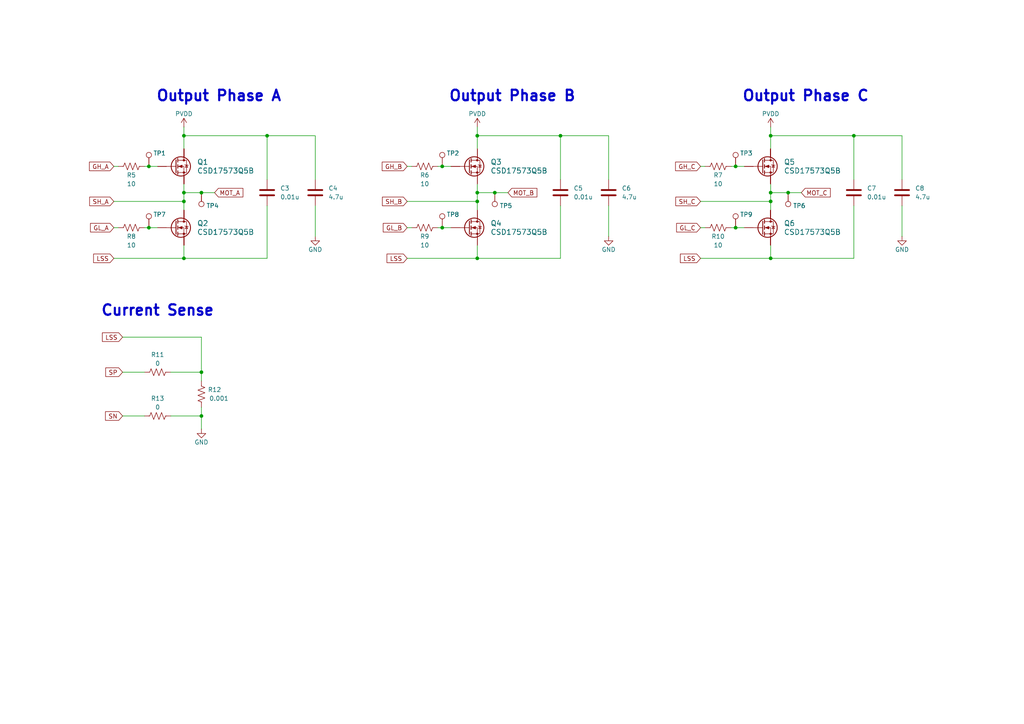
<source format=kicad_sch>
(kicad_sch (version 20231120) (generator "eeschema") (generator_version "8.0")
  (paper "A4")
  (title_block (title "Easy BLDC") (date "2024-08-06") (rev "2.0") (company "Peter Buckley Engineering"))
  (lib_symbols
    (symbol "Connector:TestPoint" (pin_numbers hide) (pin_names (offset 0.762) hide)
      (property "Reference" "TP" (at 0 6.858 0))
      (property "Value" "TestPoint" (at 0 5.08 0))
      (symbol "TestPoint_0_1"
        (circle (center 0 3.302) (radius 0.762))
      )
      (symbol "TestPoint_1_1"
        (pin passive line (at 0 0 90) (length 2.54) (name "1") (number "1"))
      )
    )
    (symbol "Device:C" (pin_numbers hide) (pin_names (offset 0.254))
      (property "Reference" "C" (at 0.635 2.54 0))
      (property "Value" "C" (at 0.635 -2.54 0))
      (symbol "C_0_1"
        (polyline (pts (xy -2.032 -0.762) (xy 2.032 -0.762)) (stroke (width 0.508)))
        (polyline (pts (xy -2.032 0.762) (xy 2.032 0.762)) (stroke (width 0.508)))
      )
      (symbol "C_1_1"
        (pin passive line (at 0 3.81 270) (length 2.794) (name "~") (number "1"))
        (pin passive line (at 0 -3.81 90) (length 2.794) (name "~") (number "2"))
      )
    )
    (symbol "Device:R_US" (pin_numbers hide) (pin_names (offset 0))
      (property "Reference" "R" (at 2.54 0 90))
      (property "Value" "R_US" (at -2.54 0 90))
      (symbol "R_US_0_1"
        (polyline (pts (xy 0 -2.286) (xy 0 -2.54)))
        (polyline (pts (xy 0 2.286) (xy 0 2.54)))
        (polyline (pts (xy 0 -0.762) (xy 1.016 -1.143) (xy 0 -1.524) (xy -1.016 -1.905) (xy 0 -2.286)))
        (polyline (pts (xy 0 0.762) (xy 1.016 0.381) (xy 0 0) (xy -1.016 -0.381) (xy 0 -0.762)))
        (polyline (pts (xy 0 2.286) (xy 1.016 1.905) (xy 0 1.524) (xy -1.016 1.143) (xy 0 0.762)))
      )
      (symbol "R_US_1_1"
        (pin passive line (at 0 3.81 270) (length 1.27) (name "~") (number "1"))
        (pin passive line (at 0 -3.81 90) (length 1.27) (name "~") (number "2"))
      )
    )
    (symbol "EasyBLDC:CSD17573Q5B" (pin_numbers hide) (pin_names (offset 0.254) hide)
      (property "Reference" "Q" (at 10.668 -6.604 0))
      (property "Value" "CSD17573Q5B" (at 18.034 -8.636 0))
      (symbol "CSD17573Q5B_0_1"
        (polyline (pts (xy 5.334 -7.62) (xy 2.54 -7.62)))
        (polyline (pts (xy 5.334 -5.715) (xy 5.334 -9.525)) (stroke (width 0.254)))
        (polyline (pts (xy 5.842 -8.89) (xy 5.842 -9.906)) (stroke (width 0.254)))
        (polyline (pts (xy 5.842 -7.112) (xy 5.842 -8.128)) (stroke (width 0.254)))
        (polyline (pts (xy 5.842 -5.334) (xy 5.842 -6.35)) (stroke (width 0.254)))
        (polyline (pts (xy 7.62 -5.08) (xy 7.62 -5.842)))
        (polyline (pts (xy 7.62 -10.16) (xy 7.62 -7.62) (xy 5.842 -7.62)))
        (polyline (pts (xy 5.842 -9.398) (xy 8.382 -9.398) (xy 8.382 -5.842) (xy 5.842 -5.842)))
        (polyline (pts (xy 6.096 -7.62) (xy 7.112 -7.239) (xy 7.112 -8.001) (xy 6.096 -7.62)) (fill (type outline)))
        (polyline (pts (xy 7.874 -7.112) (xy 8.001 -7.239) (xy 8.763 -7.239) (xy 8.89 -7.366)))
        (polyline (pts (xy 8.382 -7.239) (xy 8.001 -7.874) (xy 8.763 -7.874) (xy 8.382 -7.239)))
        (circle (center 6.731 -7.62) (radius 2.794) (stroke (width 0.254)))
        (circle (center 7.62 -9.398) (radius 0.254) (fill (type outline)))
        (circle (center 7.62 -5.842) (radius 0.254) (fill (type outline)))
      )
      (symbol "CSD17573Q5B_1_1"
        (pin passive line (at 7.62 -12.7 90) (length 2.54) (name "S") (number "1"))
        (pin passive line (at 7.62 -12.7 90) (length 2.54) (name "S") (number "2"))
        (pin passive line (at 7.62 -12.7 90) (length 2.54) (name "S") (number "3"))
        (pin input line (at 0 -7.62 0) (length 2.54) (name "G") (number "4"))
        (pin passive line (at 7.62 -2.54 270) (length 2.54) (name "D") (number "5"))
        (pin passive line (at 7.62 -2.54 270) (length 2.54) (name "D") (number "6"))
        (pin passive line (at 7.62 -2.54 270) (length 2.54) (name "D") (number "7"))
        (pin passive line (at 7.62 -2.54 270) (length 2.54) (name "D") (number "8"))
      )
    )
    (symbol "R_US_1" (pin_numbers hide) (pin_names (offset 0))
      (property "Reference" "R" (at 2.54 0 90))
      (property "Value" "R_US" (at -2.54 0 90))
      (symbol "R_US_1_0_1"
        (polyline (pts (xy 0 -2.286) (xy 0 -2.54)))
        (polyline (pts (xy 0 2.286) (xy 0 2.54)))
        (polyline (pts (xy 0 -0.762) (xy 1.016 -1.143) (xy 0 -1.524) (xy -1.016 -1.905) (xy 0 -2.286)))
        (polyline (pts (xy 0 0.762) (xy 1.016 0.381) (xy 0 0) (xy -1.016 -0.381) (xy 0 -0.762)))
        (polyline (pts (xy 0 2.286) (xy 1.016 1.905) (xy 0 1.524) (xy -1.016 1.143) (xy 0 0.762)))
      )
      (symbol "R_US_1_1_1"
        (pin passive line (at 0 3.81 270) (length 1.27) (name "~") (number "1"))
        (pin passive line (at 0 -3.81 90) (length 1.27) (name "~") (number "2"))
      )
    )
    (symbol "power:GND" (power) (pin_numbers hide) (pin_names (offset 0) hide)
      (property "Value" "GND" (at 0 -3.81 0))
      (symbol "GND_0_1"
        (polyline (pts (xy 0 0) (xy 0 -1.27) (xy 1.27 -1.27) (xy 0 -2.54) (xy -1.27 -1.27) (xy 0 -1.27)))
      )
      (symbol "GND_1_1"
        (pin power_in line (at 0 0 270) (length 0) (name "~") (number "1"))
      )
    )
    (symbol "power:VDC" (power) (pin_numbers hide) (pin_names (offset 0) hide)
      (property "Value" "VDC" (at 0 3.556 0))
      (symbol "VDC_0_1"
        (polyline (pts (xy -0.762 1.27) (xy 0 2.54)))
        (polyline (pts (xy 0 0) (xy 0 2.54)))
        (polyline (pts (xy 0 2.54) (xy 0.762 1.27)))
      )
      (symbol "VDC_1_1"
        (pin power_in line (at 0 0 90) (length 0) (name "~") (number "1"))
      )
    )
  )
  (junction (at 53.34 55.88))
  (junction (at 43.18 66.04))
  (junction (at 58.42 107.95))
  (junction (at 162.56 39.37))
  (junction (at 213.36 66.04))
  (junction (at 228.6 55.88))
  (junction (at 223.52 55.88))
  (junction (at 58.42 120.65))
  (junction (at 128.27 66.04))
  (junction (at 138.43 39.37))
  (junction (at 143.51 55.88))
  (junction (at 43.18 48.26))
  (junction (at 53.34 74.93))
  (junction (at 58.42 55.88))
  (junction (at 223.52 74.93))
  (junction (at 53.34 58.42))
  (junction (at 77.47 39.37))
  (junction (at 53.34 39.37))
  (junction (at 138.43 74.93))
  (junction (at 223.52 39.37))
  (junction (at 128.27 48.26))
  (junction (at 138.43 55.88))
  (junction (at 138.43 58.42))
  (junction (at 213.36 48.26))
  (junction (at 247.65 39.37))
  (junction (at 223.52 58.42))
  (wire (pts (xy 43.18 48.26) (xy 45.72 48.26)))
  (wire (pts (xy 35.56 97.79) (xy 58.42 97.79)))
  (wire (pts (xy 53.34 53.34) (xy 53.34 55.88)))
  (wire (pts (xy 53.34 55.88) (xy 58.42 55.88)))
  (wire (pts (xy 212.09 66.04) (xy 213.36 66.04)))
  (wire (pts (xy 58.42 120.65) (xy 49.53 120.65)))
  (wire (pts (xy 223.52 53.34) (xy 223.52 55.88)))
  (wire (pts (xy 138.43 39.37) (xy 162.56 39.37)))
  (wire (pts (xy 49.53 107.95) (xy 58.42 107.95)))
  (wire (pts (xy 58.42 107.95) (xy 58.42 110.49)))
  (wire (pts (xy 223.52 58.42) (xy 223.52 60.96)))
  (wire (pts (xy 223.52 39.37) (xy 223.52 43.18)))
  (wire (pts (xy 35.56 107.95) (xy 41.91 107.95)))
  (wire (pts (xy 118.11 48.26) (xy 119.38 48.26)))
  (wire (pts (xy 53.34 39.37) (xy 53.34 43.18)))
  (wire (pts (xy 43.18 66.04) (xy 45.72 66.04)))
  (wire (pts (xy 118.11 66.04) (xy 119.38 66.04)))
  (wire (pts (xy 41.91 120.65) (xy 35.56 120.65)))
  (wire (pts (xy 203.2 58.42) (xy 223.52 58.42)))
  (wire (pts (xy 223.52 74.93) (xy 247.65 74.93)))
  (wire (pts (xy 127 66.04) (xy 128.27 66.04)))
  (wire (pts (xy 53.34 74.93) (xy 77.47 74.93)))
  (wire (pts (xy 128.27 66.04) (xy 130.81 66.04)))
  (wire (pts (xy 138.43 55.88) (xy 143.51 55.88)))
  (wire (pts (xy 247.65 59.69) (xy 247.65 74.93)))
  (wire (pts (xy 53.34 71.12) (xy 53.34 74.93)))
  (wire (pts (xy 58.42 55.88) (xy 62.23 55.88)))
  (wire (pts (xy 58.42 118.11) (xy 58.42 120.65)))
  (wire (pts (xy 91.44 59.69) (xy 91.44 68.58)))
  (wire (pts (xy 176.53 59.69) (xy 176.53 68.58)))
  (wire (pts (xy 162.56 59.69) (xy 162.56 74.93)))
  (wire (pts (xy 176.53 52.07) (xy 176.53 39.37)))
  (wire (pts (xy 138.43 55.88) (xy 138.43 58.42)))
  (wire (pts (xy 223.52 36.83) (xy 223.52 39.37)))
  (wire (pts (xy 77.47 39.37) (xy 77.47 52.07)))
  (wire (pts (xy 118.11 74.93) (xy 138.43 74.93)))
  (wire (pts (xy 91.44 39.37) (xy 77.47 39.37)))
  (wire (pts (xy 41.91 48.26) (xy 43.18 48.26)))
  (wire (pts (xy 91.44 52.07) (xy 91.44 39.37)))
  (wire (pts (xy 223.52 55.88) (xy 228.6 55.88)))
  (wire (pts (xy 203.2 48.26) (xy 204.47 48.26)))
  (wire (pts (xy 228.6 55.88) (xy 232.41 55.88)))
  (wire (pts (xy 127 48.26) (xy 128.27 48.26)))
  (wire (pts (xy 247.65 39.37) (xy 247.65 52.07)))
  (wire (pts (xy 138.43 71.12) (xy 138.43 74.93)))
  (wire (pts (xy 53.34 36.83) (xy 53.34 39.37)))
  (wire (pts (xy 138.43 39.37) (xy 138.43 43.18)))
  (wire (pts (xy 138.43 58.42) (xy 138.43 60.96)))
  (wire (pts (xy 138.43 53.34) (xy 138.43 55.88)))
  (wire (pts (xy 162.56 39.37) (xy 162.56 52.07)))
  (wire (pts (xy 223.52 55.88) (xy 223.52 58.42)))
  (wire (pts (xy 176.53 39.37) (xy 162.56 39.37)))
  (wire (pts (xy 261.62 52.07) (xy 261.62 39.37)))
  (wire (pts (xy 212.09 48.26) (xy 213.36 48.26)))
  (wire (pts (xy 261.62 59.69) (xy 261.62 68.58)))
  (wire (pts (xy 143.51 55.88) (xy 147.32 55.88)))
  (wire (pts (xy 223.52 71.12) (xy 223.52 74.93)))
  (wire (pts (xy 33.02 74.93) (xy 53.34 74.93)))
  (wire (pts (xy 213.36 48.26) (xy 215.9 48.26)))
  (wire (pts (xy 138.43 36.83) (xy 138.43 39.37)))
  (wire (pts (xy 223.52 39.37) (xy 247.65 39.37)))
  (wire (pts (xy 53.34 55.88) (xy 53.34 58.42)))
  (wire (pts (xy 118.11 58.42) (xy 138.43 58.42)))
  (wire (pts (xy 58.42 120.65) (xy 58.42 124.46)))
  (wire (pts (xy 261.62 39.37) (xy 247.65 39.37)))
  (wire (pts (xy 33.02 58.42) (xy 53.34 58.42)))
  (wire (pts (xy 203.2 66.04) (xy 204.47 66.04)))
  (wire (pts (xy 53.34 39.37) (xy 77.47 39.37)))
  (wire (pts (xy 77.47 59.69) (xy 77.47 74.93)))
  (wire (pts (xy 203.2 74.93) (xy 223.52 74.93)))
  (wire (pts (xy 58.42 97.79) (xy 58.42 107.95)))
  (wire (pts (xy 138.43 74.93) (xy 162.56 74.93)))
  (wire (pts (xy 128.27 48.26) (xy 130.81 48.26)))
  (wire (pts (xy 213.36 66.04) (xy 215.9 66.04)))
  (wire (pts (xy 33.02 66.04) (xy 34.29 66.04)))
  (wire (pts (xy 33.02 48.26) (xy 34.29 48.26)))
  (wire (pts (xy 53.34 58.42) (xy 53.34 60.96)))
  (wire (pts (xy 41.91 66.04) (xy 43.18 66.04)))
  (text "Output Phase C\n" (at 233.68 27.94 0) (effects (font (size 3.048 3.048) (bold yes))))
  (text "Current Sense\n" (at 45.72 90.17 0) (effects (font (size 3.048 3.048) (bold yes))))
  (text "Output Phase A\n" (at 63.5 27.94 0) (effects (font (size 3.048 3.048) (bold yes))))
  (text "Output Phase B\n" (at 148.59 27.94 0) (effects (font (size 3.048 3.048) (bold yes))))
  (global_label "LSS" (shape input) (at 118.11 74.93 180) (property "Intersheetrefs" "${INTERSHEET_REFS}" (effects (hide yes))))
  (global_label "SH_A" (shape input) (at 33.02 58.42 180) (property "Intersheetrefs" "${INTERSHEET_REFS}" (effects (hide yes))))
  (global_label "MOT_C" (shape input) (at 232.41 55.88 0) (property "Intersheetrefs" "${INTERSHEET_REFS}" (effects (hide yes))))
  (global_label "SH_C" (shape input) (at 203.2 58.42 180) (property "Intersheetrefs" "${INTERSHEET_REFS}" (effects (hide yes))))
  (global_label "MOT_B" (shape input) (at 147.32 55.88 0) (property "Intersheetrefs" "${INTERSHEET_REFS}" (effects (hide yes))))
  (global_label "GL_C" (shape input) (at 203.2 66.04 180) (property "Intersheetrefs" "${INTERSHEET_REFS}" (effects (hide yes))))
  (global_label "LSS" (shape input) (at 35.56 97.79 180) (property "Intersheetrefs" "${INTERSHEET_REFS}" (effects (hide yes))))
  (global_label "GL_B" (shape input) (at 118.11 66.04 180) (property "Intersheetrefs" "${INTERSHEET_REFS}" (effects (hide yes))))
  (global_label "LSS" (shape input) (at 203.2 74.93 180) (property "Intersheetrefs" "${INTERSHEET_REFS}" (effects (hide yes))))
  (global_label "SP" (shape input) (at 35.56 107.95 180) (property "Intersheetrefs" "${INTERSHEET_REFS}" (effects (hide yes))))
  (global_label "SH_B" (shape input) (at 118.11 58.42 180) (property "Intersheetrefs" "${INTERSHEET_REFS}" (effects (hide yes))))
  (global_label "GH_C" (shape input) (at 203.2 48.26 180) (property "Intersheetrefs" "${INTERSHEET_REFS}" (effects (hide yes))))
  (global_label "MOT_A" (shape input) (at 62.23 55.88 0) (property "Intersheetrefs" "${INTERSHEET_REFS}" (effects (hide yes))))
  (global_label "GH_A" (shape input) (at 33.02 48.26 180) (property "Intersheetrefs" "${INTERSHEET_REFS}" (effects (hide yes))))
  (global_label "GH_B" (shape input) (at 118.11 48.26 180) (property "Intersheetrefs" "${INTERSHEET_REFS}" (effects (hide yes))))
  (global_label "SN" (shape input) (at 35.56 120.65 180) (property "Intersheetrefs" "${INTERSHEET_REFS}" (effects (hide yes))))
  (global_label "LSS" (shape input) (at 33.02 74.93 180) (property "Intersheetrefs" "${INTERSHEET_REFS}" (effects (hide yes))))
  (global_label "GL_A" (shape input) (at 33.02 66.04 180) (property "Intersheetrefs" "${INTERSHEET_REFS}" (effects (hide yes))))
  (symbol (lib_id "power:GND") (at 91.44 68.58 0) (unit 1)
    (property "Reference" "#PWR011" (effects (hide yes)))
    (property "Value" "GND" (at 91.44 72.39 0))
    (property "Description" "Power symbol creates a global label with name \"GND\" , ground" (effects (hide yes)))
  )
  (symbol (lib_id "Device:R_US") (at 38.1 66.04 90) (unit 1)
    (property "Reference" "R8" (at 38.1 68.58 90))
    (property "Value" "10" (at 38.1 71.12 90))
    (property "Footprint" "Resistor_SMD:R_0603_1608Metric" (effects (hide yes)))
    (property "Description" "Resistor, US symbol" (effects (hide yes)))
  )
  (symbol (lib_id "Device:R_US") (at 208.28 66.04 90) (unit 1)
    (property "Reference" "R10" (at 208.28 68.58 90))
    (property "Value" "10" (at 208.28 71.12 90))
    (property "Footprint" "Resistor_SMD:R_0603_1608Metric" (effects (hide yes)))
    (property "Description" "Resistor, US symbol" (effects (hide yes)))
  )
  (symbol (lib_id "EasyBLDC:CSD17573Q5B") (at 215.9 40.64 0) (unit 1)
    (property "Reference" "Q5" (at 227.33 46.9899 0) (effects (font (size 1.524 1.524)) (justify left)))
    (property "Value" "CSD17573Q5B" (at 227.33 49.5299 0) (effects (font (size 1.524 1.524)) (justify left)))
    (property "Footprint" "EasyBLDC:DNK0008A" (effects (hide yes)))
    (property "Datasheet" "CSD17573Q5B" (effects (hide yes)))
  )
  (symbol (lib_id "Connector:TestPoint") (at 43.18 66.04 0) (unit 1)
    (property "Reference" "TP7" (at 44.45 62.23 0) (effects (justify left)))
    (property "Value" "TestPoint" (effects (hide yes)))
    (property "Footprint" "TestPoint:TestPoint_Pad_D1.5mm" (effects (hide yes)))
    (property "Description" "test point" (effects (hide yes)))
  )
  (symbol (lib_id "Device:R_US") (at 123.19 48.26 90) (unit 1)
    (property "Reference" "R6" (at 123.19 50.8 90))
    (property "Value" "10" (at 123.19 53.34 90))
    (property "Footprint" "Resistor_SMD:R_0603_1608Metric" (effects (hide yes)))
    (property "Description" "Resistor, US symbol" (effects (hide yes)))
  )
  (symbol (lib_id "power:VDC") (at 138.43 36.83 0) (unit 1)
    (property "Reference" "#PWR09" (effects (hide yes)))
    (property "Value" "PVDD" (at 138.43 33.02 0))
    (property "Description" "Power symbol creates a global label with name \"VDC\"" (effects (hide yes)))
  )
  (symbol (lib_id "Device:C") (at 247.65 55.88 0) (unit 1)
    (property "Reference" "C7" (at 251.46 54.6099 0) (effects (justify left)))
    (property "Value" "0.01u" (at 251.46 57.1499 0) (effects (justify left)))
    (property "Footprint" "Capacitor_SMD:C_0805_2012Metric" (effects (hide yes)))
    (property "Description" "Unpolarized capacitor" (effects (hide yes)))
  )
  (symbol (lib_id "Connector:TestPoint") (at 228.6 55.88 180) (unit 1)
    (property "Reference" "TP6" (at 233.68 59.69 0) (effects (justify left)))
    (property "Value" "TestPoint" (effects (hide yes)))
    (property "Footprint" "TestPoint:TestPoint_Pad_D1.5mm" (effects (hide yes)))
    (property "Description" "test point" (effects (hide yes)))
  )
  (symbol (lib_id "Device:R_US") (at 38.1 48.26 90) (unit 1)
    (property "Reference" "R5" (at 38.1 50.8 90))
    (property "Value" "10" (at 38.1 53.34 90))
    (property "Footprint" "Resistor_SMD:R_0603_1608Metric" (effects (hide yes)))
    (property "Description" "Resistor, US symbol" (effects (hide yes)))
  )
  (symbol (lib_id "Device:C") (at 91.44 55.88 0) (unit 1)
    (property "Reference" "C4" (at 95.25 54.6099 0) (effects (justify left)))
    (property "Value" "4.7u" (at 95.25 57.1499 0) (effects (justify left)))
    (property "Footprint" "Capacitor_SMD:C_1210_3225Metric" (effects (hide yes)))
    (property "Description" "Unpolarized capacitor" (effects (hide yes)))
  )
  (symbol (lib_id "Device:R_US") (at 45.72 107.95 270) (unit 1)
    (property "Reference" "R11" (at 45.72 102.87 90))
    (property "Value" "0" (at 45.72 105.41 90))
    (property "Footprint" "Resistor_SMD:R_0603_1608Metric" (effects (hide yes)))
    (property "Description" "Resistor, US symbol" (effects (hide yes)))
  )
  (symbol (lib_id "EasyBLDC:CSD17573Q5B") (at 130.81 58.42 0) (unit 1)
    (property "Reference" "Q4" (at 142.24 64.7699 0) (effects (font (size 1.524 1.524)) (justify left)))
    (property "Value" "CSD17573Q5B" (at 142.24 67.3099 0) (effects (font (size 1.524 1.524)) (justify left)))
    (property "Footprint" "EasyBLDC:DNK0008A" (effects (hide yes)))
    (property "Datasheet" "CSD17573Q5B" (effects (hide yes)))
  )
  (symbol (lib_id "Connector:TestPoint") (at 143.51 55.88 180) (unit 1)
    (property "Reference" "TP5" (at 148.59 59.69 0) (effects (justify left)))
    (property "Value" "TestPoint" (effects (hide yes)))
    (property "Footprint" "TestPoint:TestPoint_Pad_D1.5mm" (effects (hide yes)))
    (property "Description" "test point" (effects (hide yes)))
  )
  (symbol (lib_id "EasyBLDC:CSD17573Q5B") (at 215.9 58.42 0) (unit 1)
    (property "Reference" "Q6" (at 227.33 64.7699 0) (effects (font (size 1.524 1.524)) (justify left)))
    (property "Value" "CSD17573Q5B" (at 227.33 67.3099 0) (effects (font (size 1.524 1.524)) (justify left)))
    (property "Footprint" "EasyBLDC:DNK0008A" (effects (hide yes)))
    (property "Datasheet" "CSD17573Q5B" (effects (hide yes)))
  )
  (symbol (lib_id "EasyBLDC:CSD17573Q5B") (at 45.72 58.42 0) (unit 1)
    (property "Reference" "Q2" (at 57.15 64.7699 0) (effects (font (size 1.524 1.524)) (justify left)))
    (property "Value" "CSD17573Q5B" (at 57.15 67.3099 0) (effects (font (size 1.524 1.524)) (justify left)))
    (property "Footprint" "EasyBLDC:DNK0008A" (effects (hide yes)))
    (property "Datasheet" "CSD17573Q5B" (effects (hide yes)))
  )
  (symbol (lib_id "Device:C") (at 176.53 55.88 0) (unit 1)
    (property "Reference" "C6" (at 180.34 54.6099 0) (effects (justify left)))
    (property "Value" "4.7u" (at 180.34 57.1499 0) (effects (justify left)))
    (property "Footprint" "Capacitor_SMD:C_1210_3225Metric" (effects (hide yes)))
    (property "Description" "Unpolarized capacitor" (effects (hide yes)))
  )
  (symbol (lib_id "Connector:TestPoint") (at 58.42 55.88 180) (unit 1)
    (property "Reference" "TP4" (at 63.5 59.69 0) (effects (justify left)))
    (property "Value" "TestPoint" (effects (hide yes)))
    (property "Footprint" "TestPoint:TestPoint_Pad_D1.5mm" (effects (hide yes)))
    (property "Description" "test point" (effects (hide yes)))
  )
  (symbol (lib_id "Connector:TestPoint") (at 213.36 66.04 0) (unit 1)
    (property "Reference" "TP9" (at 214.63 62.23 0) (effects (justify left)))
    (property "Value" "TestPoint" (effects (hide yes)))
    (property "Footprint" "TestPoint:TestPoint_Pad_D1.5mm" (effects (hide yes)))
    (property "Description" "test point" (effects (hide yes)))
  )
  (symbol (lib_id "EasyBLDC:CSD17573Q5B") (at 45.72 40.64 0) (unit 1)
    (property "Reference" "Q1" (at 57.15 46.9899 0) (effects (font (size 1.524 1.524)) (justify left)))
    (property "Value" "CSD17573Q5B" (at 57.15 49.5299 0) (effects (font (size 1.524 1.524)) (justify left)))
    (property "Footprint" "EasyBLDC:DNK0008A" (effects (hide yes)))
    (property "Datasheet" "CSD17573Q5B" (effects (hide yes)))
  )
  (symbol (lib_id "Device:C") (at 77.47 55.88 0) (unit 1)
    (property "Reference" "C3" (at 81.28 54.6099 0) (effects (justify left)))
    (property "Value" "0.01u" (at 81.28 57.1499 0) (effects (justify left)))
    (property "Footprint" "Capacitor_SMD:C_0805_2012Metric" (effects (hide yes)))
    (property "Description" "Unpolarized capacitor" (effects (hide yes)))
  )
  (symbol (lib_id "Connector:TestPoint") (at 128.27 66.04 0) (unit 1)
    (property "Reference" "TP8" (at 129.54 62.23 0) (effects (justify left)))
    (property "Value" "TestPoint" (effects (hide yes)))
    (property "Footprint" "TestPoint:TestPoint_Pad_D1.5mm" (effects (hide yes)))
    (property "Description" "test point" (effects (hide yes)))
  )
  (symbol (lib_id "power:GND") (at 261.62 68.58 0) (unit 1)
    (property "Reference" "#PWR013" (effects (hide yes)))
    (property "Value" "GND" (at 261.62 72.39 0))
    (property "Description" "Power symbol creates a global label with name \"GND\" , ground" (effects (hide yes)))
  )
  (symbol (lib_id "Device:R_US") (at 123.19 66.04 90) (unit 1)
    (property "Reference" "R9" (at 123.19 68.58 90))
    (property "Value" "10" (at 123.19 71.12 90))
    (property "Footprint" "Resistor_SMD:R_0603_1608Metric" (effects (hide yes)))
    (property "Description" "Resistor, US symbol" (effects (hide yes)))
  )
  (symbol (lib_name "R_US_1") (lib_id "Device:R_US") (at 58.42 114.3 180) (unit 1)
    (property "Reference" "R12" (at 62.23 113.03 0))
    (property "Value" "0.001" (at 63.5 115.57 0))
    (property "Footprint" "Resistor_SMD:R_2512_6332Metric" (effects (hide yes)))
    (property "Description" "Resistor, US symbol" (effects (hide yes)))
  )
  (symbol (lib_id "Device:C") (at 162.56 55.88 0) (unit 1)
    (property "Reference" "C5" (at 166.37 54.6099 0) (effects (justify left)))
    (property "Value" "0.01u" (at 166.37 57.1499 0) (effects (justify left)))
    (property "Footprint" "Capacitor_SMD:C_0805_2012Metric" (effects (hide yes)))
    (property "Description" "Unpolarized capacitor" (effects (hide yes)))
  )
  (symbol (lib_id "Connector:TestPoint") (at 128.27 48.26 0) (unit 1)
    (property "Reference" "TP2" (at 129.54 44.45 0) (effects (justify left)))
    (property "Value" "TestPoint" (effects (hide yes)))
    (property "Footprint" "TestPoint:TestPoint_Pad_D1.5mm" (effects (hide yes)))
    (property "Description" "test point" (effects (hide yes)))
  )
  (symbol (lib_id "Device:R_US") (at 45.72 120.65 270) (unit 1)
    (property "Reference" "R13" (at 45.72 115.57 90))
    (property "Value" "0" (at 45.72 118.11 90))
    (property "Footprint" "Resistor_SMD:R_0603_1608Metric" (effects (hide yes)))
    (property "Description" "Resistor, US symbol" (effects (hide yes)))
  )
  (symbol (lib_id "Device:R_US") (at 208.28 48.26 90) (unit 1)
    (property "Reference" "R7" (at 208.28 50.8 90))
    (property "Value" "10" (at 208.28 53.34 90))
    (property "Footprint" "Resistor_SMD:R_0603_1608Metric" (effects (hide yes)))
    (property "Description" "Resistor, US symbol" (effects (hide yes)))
  )
  (symbol (lib_id "power:GND") (at 58.42 124.46 0) (unit 1)
    (property "Reference" "#PWR014" (effects (hide yes)))
    (property "Value" "GND" (at 58.42 128.27 0))
    (property "Description" "Power symbol creates a global label with name \"GND\" , ground" (effects (hide yes)))
  )
  (symbol (lib_id "Connector:TestPoint") (at 213.36 48.26 0) (unit 1)
    (property "Reference" "TP3" (at 214.63 44.45 0) (effects (justify left)))
    (property "Value" "TestPoint" (effects (hide yes)))
    (property "Footprint" "TestPoint:TestPoint_Pad_D1.5mm" (effects (hide yes)))
    (property "Description" "test point" (effects (hide yes)))
  )
  (symbol (lib_id "EasyBLDC:CSD17573Q5B") (at 130.81 40.64 0) (unit 1)
    (property "Reference" "Q3" (at 142.24 46.9899 0) (effects (font (size 1.524 1.524)) (justify left)))
    (property "Value" "CSD17573Q5B" (at 142.24 49.5299 0) (effects (font (size 1.524 1.524)) (justify left)))
    (property "Footprint" "EasyBLDC:DNK0008A" (effects (hide yes)))
    (property "Datasheet" "CSD17573Q5B" (effects (hide yes)))
  )
  (symbol (lib_id "Device:C") (at 261.62 55.88 0) (unit 1)
    (property "Reference" "C8" (at 265.43 54.6099 0) (effects (justify left)))
    (property "Value" "4.7u" (at 265.43 57.1499 0) (effects (justify left)))
    (property "Footprint" "Capacitor_SMD:C_1210_3225Metric" (effects (hide yes)))
    (property "Description" "Unpolarized capacitor" (effects (hide yes)))
  )
  (symbol (lib_id "power:VDC") (at 223.52 36.83 0) (unit 1)
    (property "Reference" "#PWR010" (effects (hide yes)))
    (property "Value" "PVDD" (at 223.52 33.02 0))
    (property "Description" "Power symbol creates a global label with name \"VDC\"" (effects (hide yes)))
  )
  (symbol (lib_id "Connector:TestPoint") (at 43.18 48.26 0) (unit 1)
    (property "Reference" "TP1" (at 44.45 44.45 0) (effects (justify left)))
    (property "Value" "TestPoint" (effects (hide yes)))
    (property "Footprint" "TestPoint:TestPoint_Pad_D1.5mm" (effects (hide yes)))
    (property "Description" "test point" (effects (hide yes)))
  )
  (symbol (lib_id "power:GND") (at 176.53 68.58 0) (unit 1)
    (property "Reference" "#PWR012" (effects (hide yes)))
    (property "Value" "GND" (at 176.53 72.39 0))
    (property "Description" "Power symbol creates a global label with name \"GND\" , ground" (effects (hide yes)))
  )
  (symbol (lib_id "power:VDC") (at 53.34 36.83 0) (unit 1)
    (property "Reference" "#PWR08" (effects (hide yes)))
    (property "Value" "PVDD" (at 53.34 33.02 0))
    (property "Description" "Power symbol creates a global label with name \"VDC\"" (effects (hide yes)))
  )
)
</source>
